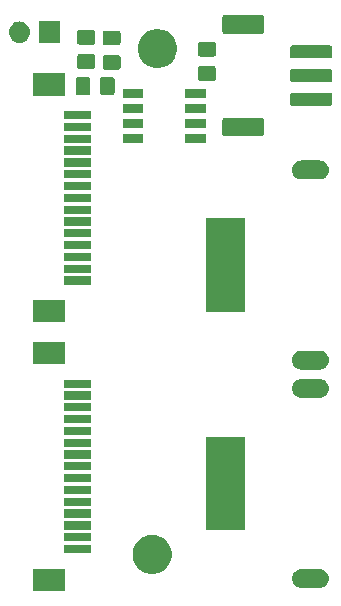
<source format=gbr>
G04 #@! TF.GenerationSoftware,KiCad,Pcbnew,(5.1.0)-1*
G04 #@! TF.CreationDate,2020-04-05T15:17:06+01:00*
G04 #@! TF.ProjectId,Camera Adapter,43616d65-7261-4204-9164-61707465722e,rev?*
G04 #@! TF.SameCoordinates,Original*
G04 #@! TF.FileFunction,Soldermask,Top*
G04 #@! TF.FilePolarity,Negative*
%FSLAX46Y46*%
G04 Gerber Fmt 4.6, Leading zero omitted, Abs format (unit mm)*
G04 Created by KiCad (PCBNEW (5.1.0)-1) date 2020-04-05 15:17:06*
%MOMM*%
%LPD*%
G04 APERTURE LIST*
%ADD10C,0.100000*%
G04 APERTURE END LIST*
D10*
G36*
X52659000Y-77099000D02*
G01*
X49957000Y-77099000D01*
X49957000Y-75197000D01*
X52659000Y-75197000D01*
X52659000Y-77099000D01*
X52659000Y-77099000D01*
G37*
G36*
X74311808Y-75256648D02*
G01*
X74463551Y-75302678D01*
X74603398Y-75377428D01*
X74725975Y-75478025D01*
X74826572Y-75600602D01*
X74901322Y-75740449D01*
X74947352Y-75892192D01*
X74962895Y-76050000D01*
X74947352Y-76207808D01*
X74901322Y-76359551D01*
X74826572Y-76499398D01*
X74725975Y-76621975D01*
X74603398Y-76722572D01*
X74463551Y-76797322D01*
X74311808Y-76843352D01*
X74193546Y-76855000D01*
X72606454Y-76855000D01*
X72488192Y-76843352D01*
X72336449Y-76797322D01*
X72196602Y-76722572D01*
X72074025Y-76621975D01*
X71973428Y-76499398D01*
X71898678Y-76359551D01*
X71852648Y-76207808D01*
X71837105Y-76050000D01*
X71852648Y-75892192D01*
X71898678Y-75740449D01*
X71973428Y-75600602D01*
X72074025Y-75478025D01*
X72196602Y-75377428D01*
X72336449Y-75302678D01*
X72488192Y-75256648D01*
X72606454Y-75245000D01*
X74193546Y-75245000D01*
X74311808Y-75256648D01*
X74311808Y-75256648D01*
G37*
G36*
X60375256Y-72391298D02*
G01*
X60481579Y-72412447D01*
X60782042Y-72536903D01*
X61052451Y-72717585D01*
X61282415Y-72947549D01*
X61463097Y-73217958D01*
X61587553Y-73518421D01*
X61651000Y-73837391D01*
X61651000Y-74162609D01*
X61587553Y-74481579D01*
X61463097Y-74782042D01*
X61282415Y-75052451D01*
X61052451Y-75282415D01*
X60782042Y-75463097D01*
X60481579Y-75587553D01*
X60415977Y-75600602D01*
X60162611Y-75651000D01*
X59837389Y-75651000D01*
X59584023Y-75600602D01*
X59518421Y-75587553D01*
X59217958Y-75463097D01*
X58947549Y-75282415D01*
X58717585Y-75052451D01*
X58536903Y-74782042D01*
X58412447Y-74481579D01*
X58349000Y-74162609D01*
X58349000Y-73837391D01*
X58412447Y-73518421D01*
X58536903Y-73217958D01*
X58717585Y-72947549D01*
X58947549Y-72717585D01*
X59217958Y-72536903D01*
X59518421Y-72412447D01*
X59624744Y-72391298D01*
X59837389Y-72349000D01*
X60162611Y-72349000D01*
X60375256Y-72391298D01*
X60375256Y-72391298D01*
G37*
G36*
X54859000Y-73899000D02*
G01*
X52557000Y-73899000D01*
X52557000Y-73197000D01*
X54859000Y-73197000D01*
X54859000Y-73899000D01*
X54859000Y-73899000D01*
G37*
G36*
X54859000Y-72899000D02*
G01*
X52557000Y-72899000D01*
X52557000Y-72197000D01*
X54859000Y-72197000D01*
X54859000Y-72899000D01*
X54859000Y-72899000D01*
G37*
G36*
X67851000Y-71971000D02*
G01*
X64549000Y-71971000D01*
X64549000Y-64029000D01*
X67851000Y-64029000D01*
X67851000Y-71971000D01*
X67851000Y-71971000D01*
G37*
G36*
X54859000Y-71899000D02*
G01*
X52557000Y-71899000D01*
X52557000Y-71197000D01*
X54859000Y-71197000D01*
X54859000Y-71899000D01*
X54859000Y-71899000D01*
G37*
G36*
X54859000Y-70899000D02*
G01*
X52557000Y-70899000D01*
X52557000Y-70197000D01*
X54859000Y-70197000D01*
X54859000Y-70899000D01*
X54859000Y-70899000D01*
G37*
G36*
X54859000Y-69899000D02*
G01*
X52557000Y-69899000D01*
X52557000Y-69197000D01*
X54859000Y-69197000D01*
X54859000Y-69899000D01*
X54859000Y-69899000D01*
G37*
G36*
X54859000Y-68899000D02*
G01*
X52557000Y-68899000D01*
X52557000Y-68197000D01*
X54859000Y-68197000D01*
X54859000Y-68899000D01*
X54859000Y-68899000D01*
G37*
G36*
X54859000Y-67899000D02*
G01*
X52557000Y-67899000D01*
X52557000Y-67197000D01*
X54859000Y-67197000D01*
X54859000Y-67899000D01*
X54859000Y-67899000D01*
G37*
G36*
X54859000Y-66899000D02*
G01*
X52557000Y-66899000D01*
X52557000Y-66197000D01*
X54859000Y-66197000D01*
X54859000Y-66899000D01*
X54859000Y-66899000D01*
G37*
G36*
X54859000Y-65899000D02*
G01*
X52557000Y-65899000D01*
X52557000Y-65197000D01*
X54859000Y-65197000D01*
X54859000Y-65899000D01*
X54859000Y-65899000D01*
G37*
G36*
X54859000Y-64899000D02*
G01*
X52557000Y-64899000D01*
X52557000Y-64197000D01*
X54859000Y-64197000D01*
X54859000Y-64899000D01*
X54859000Y-64899000D01*
G37*
G36*
X54859000Y-63899000D02*
G01*
X52557000Y-63899000D01*
X52557000Y-63197000D01*
X54859000Y-63197000D01*
X54859000Y-63899000D01*
X54859000Y-63899000D01*
G37*
G36*
X54859000Y-62899000D02*
G01*
X52557000Y-62899000D01*
X52557000Y-62197000D01*
X54859000Y-62197000D01*
X54859000Y-62899000D01*
X54859000Y-62899000D01*
G37*
G36*
X54859000Y-61899000D02*
G01*
X52557000Y-61899000D01*
X52557000Y-61197000D01*
X54859000Y-61197000D01*
X54859000Y-61899000D01*
X54859000Y-61899000D01*
G37*
G36*
X54859000Y-60899000D02*
G01*
X52557000Y-60899000D01*
X52557000Y-60197000D01*
X54859000Y-60197000D01*
X54859000Y-60899000D01*
X54859000Y-60899000D01*
G37*
G36*
X74311808Y-59156648D02*
G01*
X74463551Y-59202678D01*
X74603398Y-59277428D01*
X74725975Y-59378025D01*
X74826572Y-59500602D01*
X74901322Y-59640449D01*
X74947352Y-59792192D01*
X74962895Y-59950000D01*
X74947352Y-60107808D01*
X74901322Y-60259551D01*
X74826572Y-60399398D01*
X74725975Y-60521975D01*
X74603398Y-60622572D01*
X74463551Y-60697322D01*
X74311808Y-60743352D01*
X74193546Y-60755000D01*
X72606454Y-60755000D01*
X72488192Y-60743352D01*
X72336449Y-60697322D01*
X72196602Y-60622572D01*
X72074025Y-60521975D01*
X71973428Y-60399398D01*
X71898678Y-60259551D01*
X71852648Y-60107808D01*
X71837105Y-59950000D01*
X71852648Y-59792192D01*
X71898678Y-59640449D01*
X71973428Y-59500602D01*
X72074025Y-59378025D01*
X72196602Y-59277428D01*
X72336449Y-59202678D01*
X72488192Y-59156648D01*
X72606454Y-59145000D01*
X74193546Y-59145000D01*
X74311808Y-59156648D01*
X74311808Y-59156648D01*
G37*
G36*
X54859000Y-59899000D02*
G01*
X52557000Y-59899000D01*
X52557000Y-59197000D01*
X54859000Y-59197000D01*
X54859000Y-59899000D01*
X54859000Y-59899000D01*
G37*
G36*
X74311808Y-56756648D02*
G01*
X74463551Y-56802678D01*
X74603398Y-56877428D01*
X74725975Y-56978025D01*
X74826572Y-57100602D01*
X74901322Y-57240449D01*
X74947352Y-57392192D01*
X74962895Y-57550000D01*
X74947352Y-57707808D01*
X74901322Y-57859551D01*
X74826572Y-57999398D01*
X74725975Y-58121975D01*
X74603398Y-58222572D01*
X74463551Y-58297322D01*
X74311808Y-58343352D01*
X74193546Y-58355000D01*
X72606454Y-58355000D01*
X72488192Y-58343352D01*
X72336449Y-58297322D01*
X72196602Y-58222572D01*
X72074025Y-58121975D01*
X71973428Y-57999398D01*
X71898678Y-57859551D01*
X71852648Y-57707808D01*
X71837105Y-57550000D01*
X71852648Y-57392192D01*
X71898678Y-57240449D01*
X71973428Y-57100602D01*
X72074025Y-56978025D01*
X72196602Y-56877428D01*
X72336449Y-56802678D01*
X72488192Y-56756648D01*
X72606454Y-56745000D01*
X74193546Y-56745000D01*
X74311808Y-56756648D01*
X74311808Y-56756648D01*
G37*
G36*
X52659000Y-57899000D02*
G01*
X49957000Y-57899000D01*
X49957000Y-55997000D01*
X52659000Y-55997000D01*
X52659000Y-57899000D01*
X52659000Y-57899000D01*
G37*
G36*
X52659000Y-54366000D02*
G01*
X49957000Y-54366000D01*
X49957000Y-52464000D01*
X52659000Y-52464000D01*
X52659000Y-54366000D01*
X52659000Y-54366000D01*
G37*
G36*
X67851000Y-53471000D02*
G01*
X64549000Y-53471000D01*
X64549000Y-45529000D01*
X67851000Y-45529000D01*
X67851000Y-53471000D01*
X67851000Y-53471000D01*
G37*
G36*
X54859000Y-51166000D02*
G01*
X52557000Y-51166000D01*
X52557000Y-50464000D01*
X54859000Y-50464000D01*
X54859000Y-51166000D01*
X54859000Y-51166000D01*
G37*
G36*
X54859000Y-50166000D02*
G01*
X52557000Y-50166000D01*
X52557000Y-49464000D01*
X54859000Y-49464000D01*
X54859000Y-50166000D01*
X54859000Y-50166000D01*
G37*
G36*
X54859000Y-49166000D02*
G01*
X52557000Y-49166000D01*
X52557000Y-48464000D01*
X54859000Y-48464000D01*
X54859000Y-49166000D01*
X54859000Y-49166000D01*
G37*
G36*
X54859000Y-48166000D02*
G01*
X52557000Y-48166000D01*
X52557000Y-47464000D01*
X54859000Y-47464000D01*
X54859000Y-48166000D01*
X54859000Y-48166000D01*
G37*
G36*
X54859000Y-47166000D02*
G01*
X52557000Y-47166000D01*
X52557000Y-46464000D01*
X54859000Y-46464000D01*
X54859000Y-47166000D01*
X54859000Y-47166000D01*
G37*
G36*
X54859000Y-46166000D02*
G01*
X52557000Y-46166000D01*
X52557000Y-45464000D01*
X54859000Y-45464000D01*
X54859000Y-46166000D01*
X54859000Y-46166000D01*
G37*
G36*
X54859000Y-45166000D02*
G01*
X52557000Y-45166000D01*
X52557000Y-44464000D01*
X54859000Y-44464000D01*
X54859000Y-45166000D01*
X54859000Y-45166000D01*
G37*
G36*
X54859000Y-44166000D02*
G01*
X52557000Y-44166000D01*
X52557000Y-43464000D01*
X54859000Y-43464000D01*
X54859000Y-44166000D01*
X54859000Y-44166000D01*
G37*
G36*
X54859000Y-43166000D02*
G01*
X52557000Y-43166000D01*
X52557000Y-42464000D01*
X54859000Y-42464000D01*
X54859000Y-43166000D01*
X54859000Y-43166000D01*
G37*
G36*
X74311808Y-40656648D02*
G01*
X74463551Y-40702678D01*
X74603398Y-40777428D01*
X74725975Y-40878025D01*
X74826572Y-41000602D01*
X74901322Y-41140449D01*
X74947352Y-41292192D01*
X74962895Y-41450000D01*
X74947352Y-41607808D01*
X74901322Y-41759551D01*
X74826572Y-41899398D01*
X74725975Y-42021975D01*
X74603398Y-42122572D01*
X74463551Y-42197322D01*
X74311808Y-42243352D01*
X74193546Y-42255000D01*
X72606454Y-42255000D01*
X72488192Y-42243352D01*
X72336449Y-42197322D01*
X72196602Y-42122572D01*
X72074025Y-42021975D01*
X71973428Y-41899398D01*
X71898678Y-41759551D01*
X71852648Y-41607808D01*
X71837105Y-41450000D01*
X71852648Y-41292192D01*
X71898678Y-41140449D01*
X71973428Y-41000602D01*
X72074025Y-40878025D01*
X72196602Y-40777428D01*
X72336449Y-40702678D01*
X72488192Y-40656648D01*
X72606454Y-40645000D01*
X74193546Y-40645000D01*
X74311808Y-40656648D01*
X74311808Y-40656648D01*
G37*
G36*
X54859000Y-42166000D02*
G01*
X52557000Y-42166000D01*
X52557000Y-41464000D01*
X54859000Y-41464000D01*
X54859000Y-42166000D01*
X54859000Y-42166000D01*
G37*
G36*
X54859000Y-41166000D02*
G01*
X52557000Y-41166000D01*
X52557000Y-40464000D01*
X54859000Y-40464000D01*
X54859000Y-41166000D01*
X54859000Y-41166000D01*
G37*
G36*
X54859000Y-40166000D02*
G01*
X52557000Y-40166000D01*
X52557000Y-39464000D01*
X54859000Y-39464000D01*
X54859000Y-40166000D01*
X54859000Y-40166000D01*
G37*
G36*
X54859000Y-39166000D02*
G01*
X52557000Y-39166000D01*
X52557000Y-38464000D01*
X54859000Y-38464000D01*
X54859000Y-39166000D01*
X54859000Y-39166000D01*
G37*
G36*
X64529500Y-39154500D02*
G01*
X62777500Y-39154500D01*
X62777500Y-38442500D01*
X64529500Y-38442500D01*
X64529500Y-39154500D01*
X64529500Y-39154500D01*
G37*
G36*
X59269500Y-39154500D02*
G01*
X57517500Y-39154500D01*
X57517500Y-38442500D01*
X59269500Y-38442500D01*
X59269500Y-39154500D01*
X59269500Y-39154500D01*
G37*
G36*
X69315048Y-37017622D02*
G01*
X69349387Y-37028039D01*
X69381036Y-37044956D01*
X69408778Y-37067722D01*
X69431544Y-37095464D01*
X69448461Y-37127113D01*
X69458878Y-37161452D01*
X69463000Y-37203307D01*
X69463000Y-38425693D01*
X69458878Y-38467548D01*
X69448461Y-38501887D01*
X69431544Y-38533536D01*
X69408778Y-38561278D01*
X69381036Y-38584044D01*
X69349387Y-38600961D01*
X69315048Y-38611378D01*
X69273193Y-38615500D01*
X66150807Y-38615500D01*
X66108952Y-38611378D01*
X66074613Y-38600961D01*
X66042964Y-38584044D01*
X66015222Y-38561278D01*
X65992456Y-38533536D01*
X65975539Y-38501887D01*
X65965122Y-38467548D01*
X65961000Y-38425693D01*
X65961000Y-37203307D01*
X65965122Y-37161452D01*
X65975539Y-37127113D01*
X65992456Y-37095464D01*
X66015222Y-37067722D01*
X66042964Y-37044956D01*
X66074613Y-37028039D01*
X66108952Y-37017622D01*
X66150807Y-37013500D01*
X69273193Y-37013500D01*
X69315048Y-37017622D01*
X69315048Y-37017622D01*
G37*
G36*
X54859000Y-38166000D02*
G01*
X52557000Y-38166000D01*
X52557000Y-37464000D01*
X54859000Y-37464000D01*
X54859000Y-38166000D01*
X54859000Y-38166000D01*
G37*
G36*
X59269500Y-37884500D02*
G01*
X57517500Y-37884500D01*
X57517500Y-37172500D01*
X59269500Y-37172500D01*
X59269500Y-37884500D01*
X59269500Y-37884500D01*
G37*
G36*
X64529500Y-37884500D02*
G01*
X62777500Y-37884500D01*
X62777500Y-37172500D01*
X64529500Y-37172500D01*
X64529500Y-37884500D01*
X64529500Y-37884500D01*
G37*
G36*
X54859000Y-37166000D02*
G01*
X52557000Y-37166000D01*
X52557000Y-36464000D01*
X54859000Y-36464000D01*
X54859000Y-37166000D01*
X54859000Y-37166000D01*
G37*
G36*
X64529500Y-36614500D02*
G01*
X62777500Y-36614500D01*
X62777500Y-35902500D01*
X64529500Y-35902500D01*
X64529500Y-36614500D01*
X64529500Y-36614500D01*
G37*
G36*
X59269500Y-36614500D02*
G01*
X57517500Y-36614500D01*
X57517500Y-35902500D01*
X59269500Y-35902500D01*
X59269500Y-36614500D01*
X59269500Y-36614500D01*
G37*
G36*
X75091434Y-34918186D02*
G01*
X75131284Y-34930274D01*
X75167999Y-34949899D01*
X75200186Y-34976314D01*
X75226601Y-35008501D01*
X75246226Y-35045216D01*
X75258314Y-35085066D01*
X75263000Y-35132641D01*
X75263000Y-35796359D01*
X75258314Y-35843934D01*
X75246226Y-35883784D01*
X75226601Y-35920499D01*
X75200186Y-35952686D01*
X75167999Y-35979101D01*
X75131284Y-35998726D01*
X75091434Y-36010814D01*
X75043859Y-36015500D01*
X71880141Y-36015500D01*
X71832566Y-36010814D01*
X71792716Y-35998726D01*
X71756001Y-35979101D01*
X71723814Y-35952686D01*
X71697399Y-35920499D01*
X71677774Y-35883784D01*
X71665686Y-35843934D01*
X71661000Y-35796359D01*
X71661000Y-35132641D01*
X71665686Y-35085066D01*
X71677774Y-35045216D01*
X71697399Y-35008501D01*
X71723814Y-34976314D01*
X71756001Y-34949899D01*
X71792716Y-34930274D01*
X71832566Y-34918186D01*
X71880141Y-34913500D01*
X75043859Y-34913500D01*
X75091434Y-34918186D01*
X75091434Y-34918186D01*
G37*
G36*
X64529500Y-35344500D02*
G01*
X62777500Y-35344500D01*
X62777500Y-34632500D01*
X64529500Y-34632500D01*
X64529500Y-35344500D01*
X64529500Y-35344500D01*
G37*
G36*
X59269500Y-35344500D02*
G01*
X57517500Y-35344500D01*
X57517500Y-34632500D01*
X59269500Y-34632500D01*
X59269500Y-35344500D01*
X59269500Y-35344500D01*
G37*
G36*
X52659000Y-35166000D02*
G01*
X49957000Y-35166000D01*
X49957000Y-33264000D01*
X52659000Y-33264000D01*
X52659000Y-35166000D01*
X52659000Y-35166000D01*
G37*
G36*
X56670174Y-33606965D02*
G01*
X56707867Y-33618399D01*
X56742603Y-33636966D01*
X56773048Y-33661952D01*
X56798034Y-33692397D01*
X56816601Y-33727133D01*
X56828035Y-33764826D01*
X56832500Y-33810161D01*
X56832500Y-34896839D01*
X56828035Y-34942174D01*
X56816601Y-34979867D01*
X56798034Y-35014603D01*
X56773048Y-35045048D01*
X56742603Y-35070034D01*
X56707867Y-35088601D01*
X56670174Y-35100035D01*
X56624839Y-35104500D01*
X55788161Y-35104500D01*
X55742826Y-35100035D01*
X55705133Y-35088601D01*
X55670397Y-35070034D01*
X55639952Y-35045048D01*
X55614966Y-35014603D01*
X55596399Y-34979867D01*
X55584965Y-34942174D01*
X55580500Y-34896839D01*
X55580500Y-33810161D01*
X55584965Y-33764826D01*
X55596399Y-33727133D01*
X55614966Y-33692397D01*
X55639952Y-33661952D01*
X55670397Y-33636966D01*
X55705133Y-33618399D01*
X55742826Y-33606965D01*
X55788161Y-33602500D01*
X56624839Y-33602500D01*
X56670174Y-33606965D01*
X56670174Y-33606965D01*
G37*
G36*
X54620174Y-33606965D02*
G01*
X54657867Y-33618399D01*
X54692603Y-33636966D01*
X54723048Y-33661952D01*
X54748034Y-33692397D01*
X54766601Y-33727133D01*
X54778035Y-33764826D01*
X54782500Y-33810161D01*
X54782500Y-34896839D01*
X54778035Y-34942174D01*
X54766601Y-34979867D01*
X54748034Y-35014603D01*
X54723048Y-35045048D01*
X54692603Y-35070034D01*
X54657867Y-35088601D01*
X54620174Y-35100035D01*
X54574839Y-35104500D01*
X53738161Y-35104500D01*
X53692826Y-35100035D01*
X53655133Y-35088601D01*
X53620397Y-35070034D01*
X53589952Y-35045048D01*
X53564966Y-35014603D01*
X53546399Y-34979867D01*
X53534965Y-34942174D01*
X53530500Y-34896839D01*
X53530500Y-33810161D01*
X53534965Y-33764826D01*
X53546399Y-33727133D01*
X53564966Y-33692397D01*
X53589952Y-33661952D01*
X53620397Y-33636966D01*
X53655133Y-33618399D01*
X53692826Y-33606965D01*
X53738161Y-33602500D01*
X54574839Y-33602500D01*
X54620174Y-33606965D01*
X54620174Y-33606965D01*
G37*
G36*
X75091434Y-32918186D02*
G01*
X75131284Y-32930274D01*
X75167999Y-32949899D01*
X75200186Y-32976314D01*
X75226601Y-33008501D01*
X75246226Y-33045216D01*
X75258314Y-33085066D01*
X75263000Y-33132641D01*
X75263000Y-33796359D01*
X75258314Y-33843934D01*
X75246226Y-33883784D01*
X75226601Y-33920499D01*
X75200186Y-33952686D01*
X75167999Y-33979101D01*
X75131284Y-33998726D01*
X75091434Y-34010814D01*
X75043859Y-34015500D01*
X71880141Y-34015500D01*
X71832566Y-34010814D01*
X71792716Y-33998726D01*
X71756001Y-33979101D01*
X71723814Y-33952686D01*
X71697399Y-33920499D01*
X71677774Y-33883784D01*
X71665686Y-33843934D01*
X71661000Y-33796359D01*
X71661000Y-33132641D01*
X71665686Y-33085066D01*
X71677774Y-33045216D01*
X71697399Y-33008501D01*
X71723814Y-32976314D01*
X71756001Y-32949899D01*
X71792716Y-32930274D01*
X71832566Y-32918186D01*
X71880141Y-32913500D01*
X75043859Y-32913500D01*
X75091434Y-32918186D01*
X75091434Y-32918186D01*
G37*
G36*
X65231674Y-32661465D02*
G01*
X65269367Y-32672899D01*
X65304103Y-32691466D01*
X65334548Y-32716452D01*
X65359534Y-32746897D01*
X65378101Y-32781633D01*
X65389535Y-32819326D01*
X65394000Y-32864661D01*
X65394000Y-33701339D01*
X65389535Y-33746674D01*
X65378101Y-33784367D01*
X65359534Y-33819103D01*
X65334548Y-33849548D01*
X65304103Y-33874534D01*
X65269367Y-33893101D01*
X65231674Y-33904535D01*
X65186339Y-33909000D01*
X64099661Y-33909000D01*
X64054326Y-33904535D01*
X64016633Y-33893101D01*
X63981897Y-33874534D01*
X63951452Y-33849548D01*
X63926466Y-33819103D01*
X63907899Y-33784367D01*
X63896465Y-33746674D01*
X63892000Y-33701339D01*
X63892000Y-32864661D01*
X63896465Y-32819326D01*
X63907899Y-32781633D01*
X63926466Y-32746897D01*
X63951452Y-32716452D01*
X63981897Y-32691466D01*
X64016633Y-32672899D01*
X64054326Y-32661465D01*
X64099661Y-32657000D01*
X65186339Y-32657000D01*
X65231674Y-32661465D01*
X65231674Y-32661465D01*
G37*
G36*
X57167174Y-31708965D02*
G01*
X57204867Y-31720399D01*
X57239603Y-31738966D01*
X57270048Y-31763952D01*
X57295034Y-31794397D01*
X57313601Y-31829133D01*
X57325035Y-31866826D01*
X57329500Y-31912161D01*
X57329500Y-32748839D01*
X57325035Y-32794174D01*
X57313601Y-32831867D01*
X57295034Y-32866603D01*
X57270048Y-32897048D01*
X57239603Y-32922034D01*
X57204867Y-32940601D01*
X57167174Y-32952035D01*
X57121839Y-32956500D01*
X56035161Y-32956500D01*
X55989826Y-32952035D01*
X55952133Y-32940601D01*
X55917397Y-32922034D01*
X55886952Y-32897048D01*
X55861966Y-32866603D01*
X55843399Y-32831867D01*
X55831965Y-32794174D01*
X55827500Y-32748839D01*
X55827500Y-31912161D01*
X55831965Y-31866826D01*
X55843399Y-31829133D01*
X55861966Y-31794397D01*
X55886952Y-31763952D01*
X55917397Y-31738966D01*
X55952133Y-31720399D01*
X55989826Y-31708965D01*
X56035161Y-31704500D01*
X57121839Y-31704500D01*
X57167174Y-31708965D01*
X57167174Y-31708965D01*
G37*
G36*
X55008174Y-31645465D02*
G01*
X55045867Y-31656899D01*
X55080603Y-31675466D01*
X55111048Y-31700452D01*
X55136034Y-31730897D01*
X55154601Y-31765633D01*
X55166035Y-31803326D01*
X55170500Y-31848661D01*
X55170500Y-32685339D01*
X55166035Y-32730674D01*
X55154601Y-32768367D01*
X55136034Y-32803103D01*
X55111048Y-32833548D01*
X55080603Y-32858534D01*
X55045867Y-32877101D01*
X55008174Y-32888535D01*
X54962839Y-32893000D01*
X53876161Y-32893000D01*
X53830826Y-32888535D01*
X53793133Y-32877101D01*
X53758397Y-32858534D01*
X53727952Y-32833548D01*
X53702966Y-32803103D01*
X53684399Y-32768367D01*
X53672965Y-32730674D01*
X53668500Y-32685339D01*
X53668500Y-31848661D01*
X53672965Y-31803326D01*
X53684399Y-31765633D01*
X53702966Y-31730897D01*
X53727952Y-31700452D01*
X53758397Y-31675466D01*
X53793133Y-31656899D01*
X53830826Y-31645465D01*
X53876161Y-31641000D01*
X54962839Y-31641000D01*
X55008174Y-31645465D01*
X55008174Y-31645465D01*
G37*
G36*
X60827256Y-29569798D02*
G01*
X60933579Y-29590947D01*
X61234042Y-29715403D01*
X61504451Y-29896085D01*
X61734415Y-30126049D01*
X61840283Y-30284491D01*
X61915098Y-30396460D01*
X61925547Y-30421686D01*
X62039553Y-30696921D01*
X62043819Y-30718367D01*
X62089874Y-30949899D01*
X62103000Y-31015891D01*
X62103000Y-31341109D01*
X62039553Y-31660079D01*
X61983104Y-31796359D01*
X61925757Y-31934808D01*
X61915097Y-31960542D01*
X61734415Y-32230951D01*
X61504451Y-32460915D01*
X61234042Y-32641597D01*
X61234041Y-32641598D01*
X61234040Y-32641598D01*
X61184230Y-32662230D01*
X60933579Y-32766053D01*
X60903490Y-32772038D01*
X60614611Y-32829500D01*
X60289389Y-32829500D01*
X60000510Y-32772038D01*
X59970421Y-32766053D01*
X59719770Y-32662230D01*
X59669960Y-32641598D01*
X59669959Y-32641598D01*
X59669958Y-32641597D01*
X59399549Y-32460915D01*
X59169585Y-32230951D01*
X58988903Y-31960542D01*
X58978244Y-31934808D01*
X58920896Y-31796359D01*
X58864447Y-31660079D01*
X58801000Y-31341109D01*
X58801000Y-31015891D01*
X58814127Y-30949899D01*
X58860181Y-30718367D01*
X58864447Y-30696921D01*
X58978453Y-30421686D01*
X58988902Y-30396460D01*
X59063717Y-30284491D01*
X59169585Y-30126049D01*
X59399549Y-29896085D01*
X59669958Y-29715403D01*
X59970421Y-29590947D01*
X60076744Y-29569798D01*
X60289389Y-29527500D01*
X60614611Y-29527500D01*
X60827256Y-29569798D01*
X60827256Y-29569798D01*
G37*
G36*
X75091434Y-30918186D02*
G01*
X75131284Y-30930274D01*
X75167999Y-30949899D01*
X75200186Y-30976314D01*
X75226601Y-31008501D01*
X75246226Y-31045216D01*
X75258314Y-31085066D01*
X75263000Y-31132641D01*
X75263000Y-31796359D01*
X75258314Y-31843934D01*
X75246226Y-31883784D01*
X75226601Y-31920499D01*
X75200186Y-31952686D01*
X75167999Y-31979101D01*
X75131284Y-31998726D01*
X75091434Y-32010814D01*
X75043859Y-32015500D01*
X71880141Y-32015500D01*
X71832566Y-32010814D01*
X71792716Y-31998726D01*
X71756001Y-31979101D01*
X71723814Y-31952686D01*
X71697399Y-31920499D01*
X71677774Y-31883784D01*
X71665686Y-31843934D01*
X71661000Y-31796359D01*
X71661000Y-31132641D01*
X71665686Y-31085066D01*
X71677774Y-31045216D01*
X71697399Y-31008501D01*
X71723814Y-30976314D01*
X71756001Y-30949899D01*
X71792716Y-30930274D01*
X71832566Y-30918186D01*
X71880141Y-30913500D01*
X75043859Y-30913500D01*
X75091434Y-30918186D01*
X75091434Y-30918186D01*
G37*
G36*
X65231674Y-30611465D02*
G01*
X65269367Y-30622899D01*
X65304103Y-30641466D01*
X65334548Y-30666452D01*
X65359534Y-30696897D01*
X65378101Y-30731633D01*
X65389535Y-30769326D01*
X65394000Y-30814661D01*
X65394000Y-31651339D01*
X65389535Y-31696674D01*
X65378101Y-31734367D01*
X65359534Y-31769103D01*
X65334548Y-31799548D01*
X65304103Y-31824534D01*
X65269367Y-31843101D01*
X65231674Y-31854535D01*
X65186339Y-31859000D01*
X64099661Y-31859000D01*
X64054326Y-31854535D01*
X64016633Y-31843101D01*
X63981897Y-31824534D01*
X63951452Y-31799548D01*
X63926466Y-31769103D01*
X63907899Y-31734367D01*
X63896465Y-31696674D01*
X63892000Y-31651339D01*
X63892000Y-30814661D01*
X63896465Y-30769326D01*
X63907899Y-30731633D01*
X63926466Y-30696897D01*
X63951452Y-30666452D01*
X63981897Y-30641466D01*
X64016633Y-30622899D01*
X64054326Y-30611465D01*
X64099661Y-30607000D01*
X65186339Y-30607000D01*
X65231674Y-30611465D01*
X65231674Y-30611465D01*
G37*
G36*
X57167174Y-29658965D02*
G01*
X57204867Y-29670399D01*
X57239603Y-29688966D01*
X57270048Y-29713952D01*
X57295034Y-29744397D01*
X57313601Y-29779133D01*
X57325035Y-29816826D01*
X57329500Y-29862161D01*
X57329500Y-30698839D01*
X57325035Y-30744174D01*
X57313601Y-30781867D01*
X57295034Y-30816603D01*
X57270048Y-30847048D01*
X57239603Y-30872034D01*
X57204867Y-30890601D01*
X57167174Y-30902035D01*
X57121839Y-30906500D01*
X56035161Y-30906500D01*
X55989826Y-30902035D01*
X55952133Y-30890601D01*
X55917397Y-30872034D01*
X55886952Y-30847048D01*
X55861966Y-30816603D01*
X55843399Y-30781867D01*
X55831965Y-30744174D01*
X55827500Y-30698839D01*
X55827500Y-29862161D01*
X55831965Y-29816826D01*
X55843399Y-29779133D01*
X55861966Y-29744397D01*
X55886952Y-29713952D01*
X55917397Y-29688966D01*
X55952133Y-29670399D01*
X55989826Y-29658965D01*
X56035161Y-29654500D01*
X57121839Y-29654500D01*
X57167174Y-29658965D01*
X57167174Y-29658965D01*
G37*
G36*
X55008174Y-29595465D02*
G01*
X55045867Y-29606899D01*
X55080603Y-29625466D01*
X55111048Y-29650452D01*
X55136034Y-29680897D01*
X55154601Y-29715633D01*
X55166035Y-29753326D01*
X55170500Y-29798661D01*
X55170500Y-30635339D01*
X55166035Y-30680674D01*
X55154601Y-30718367D01*
X55136034Y-30753103D01*
X55111048Y-30783548D01*
X55080603Y-30808534D01*
X55045867Y-30827101D01*
X55008174Y-30838535D01*
X54962839Y-30843000D01*
X53876161Y-30843000D01*
X53830826Y-30838535D01*
X53793133Y-30827101D01*
X53758397Y-30808534D01*
X53727952Y-30783548D01*
X53702966Y-30753103D01*
X53684399Y-30718367D01*
X53672965Y-30680674D01*
X53668500Y-30635339D01*
X53668500Y-29798661D01*
X53672965Y-29753326D01*
X53684399Y-29715633D01*
X53702966Y-29680897D01*
X53727952Y-29650452D01*
X53758397Y-29625466D01*
X53793133Y-29606899D01*
X53830826Y-29595465D01*
X53876161Y-29591000D01*
X54962839Y-29591000D01*
X55008174Y-29595465D01*
X55008174Y-29595465D01*
G37*
G36*
X52209000Y-30682500D02*
G01*
X50407000Y-30682500D01*
X50407000Y-28880500D01*
X52209000Y-28880500D01*
X52209000Y-30682500D01*
X52209000Y-30682500D01*
G37*
G36*
X48878442Y-28887018D02*
G01*
X48944627Y-28893537D01*
X49114466Y-28945057D01*
X49270991Y-29028722D01*
X49306729Y-29058052D01*
X49408186Y-29141314D01*
X49491448Y-29242771D01*
X49520778Y-29278509D01*
X49604443Y-29435034D01*
X49655963Y-29604873D01*
X49673359Y-29781500D01*
X49655963Y-29958127D01*
X49604443Y-30127966D01*
X49520778Y-30284491D01*
X49491448Y-30320229D01*
X49408186Y-30421686D01*
X49306729Y-30504948D01*
X49270991Y-30534278D01*
X49270989Y-30534279D01*
X49126586Y-30611465D01*
X49114466Y-30617943D01*
X48944627Y-30669463D01*
X48878442Y-30675982D01*
X48812260Y-30682500D01*
X48723740Y-30682500D01*
X48657558Y-30675982D01*
X48591373Y-30669463D01*
X48421534Y-30617943D01*
X48409415Y-30611465D01*
X48265011Y-30534279D01*
X48265009Y-30534278D01*
X48229271Y-30504948D01*
X48127814Y-30421686D01*
X48044552Y-30320229D01*
X48015222Y-30284491D01*
X47931557Y-30127966D01*
X47880037Y-29958127D01*
X47862641Y-29781500D01*
X47880037Y-29604873D01*
X47931557Y-29435034D01*
X48015222Y-29278509D01*
X48044552Y-29242771D01*
X48127814Y-29141314D01*
X48229271Y-29058052D01*
X48265009Y-29028722D01*
X48421534Y-28945057D01*
X48591373Y-28893537D01*
X48657558Y-28887018D01*
X48723740Y-28880500D01*
X48812260Y-28880500D01*
X48878442Y-28887018D01*
X48878442Y-28887018D01*
G37*
G36*
X69315048Y-28317622D02*
G01*
X69349387Y-28328039D01*
X69381036Y-28344956D01*
X69408778Y-28367722D01*
X69431544Y-28395464D01*
X69448461Y-28427113D01*
X69458878Y-28461452D01*
X69463000Y-28503307D01*
X69463000Y-29725693D01*
X69458878Y-29767548D01*
X69448461Y-29801887D01*
X69431544Y-29833536D01*
X69408778Y-29861278D01*
X69381036Y-29884044D01*
X69349387Y-29900961D01*
X69315048Y-29911378D01*
X69273193Y-29915500D01*
X66150807Y-29915500D01*
X66108952Y-29911378D01*
X66074613Y-29900961D01*
X66042964Y-29884044D01*
X66015222Y-29861278D01*
X65992456Y-29833536D01*
X65975539Y-29801887D01*
X65965122Y-29767548D01*
X65961000Y-29725693D01*
X65961000Y-28503307D01*
X65965122Y-28461452D01*
X65975539Y-28427113D01*
X65992456Y-28395464D01*
X66015222Y-28367722D01*
X66042964Y-28344956D01*
X66074613Y-28328039D01*
X66108952Y-28317622D01*
X66150807Y-28313500D01*
X69273193Y-28313500D01*
X69315048Y-28317622D01*
X69315048Y-28317622D01*
G37*
M02*

</source>
